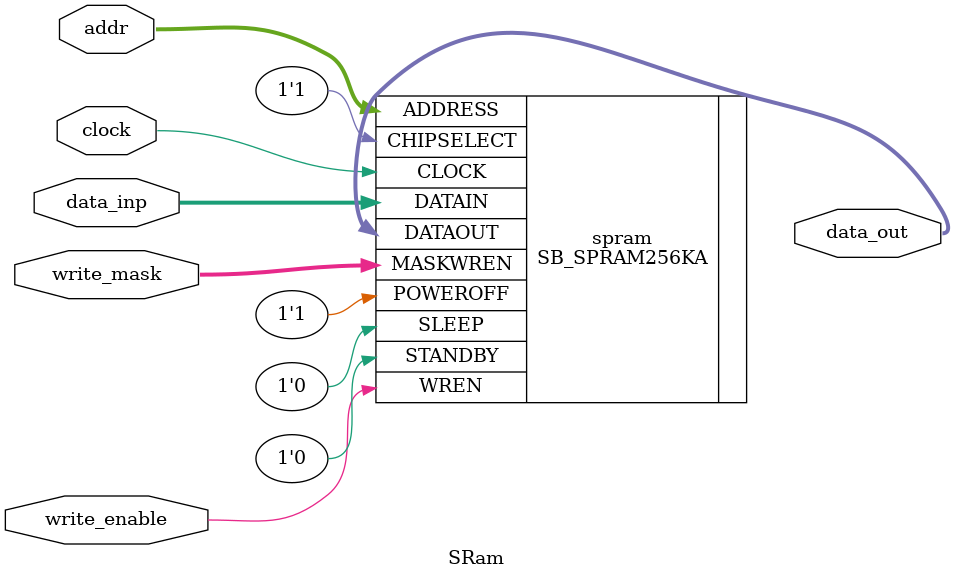
<source format=v>
module SRam(
    input         clock,
    input  [13:0] addr,
    input         write_enable,
    input   [3:0] write_mask,
    input  [15:0] data_inp,
    output [15:0] data_out
);
    SB_SPRAM256KA spram
    (
      .CLOCK(clock),
      .ADDRESS(addr),
      .WREN(write_enable),
      .MASKWREN(write_mask),
      .DATAIN(data_inp),
      .DATAOUT(data_out),
      .CHIPSELECT(1'b1),
      .STANDBY(1'b0),
      .SLEEP(1'b0),
      .POWEROFF(1'b1)
    );

endmodule

</source>
